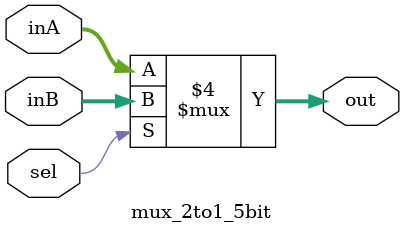
<source format=v>
`timescale 1ns / 1ps


module mux_2to1_5bit(out, inA, inB, sel);

    output  [4:0] out;
    
    input   [4:0] inA;
    input   [4:0] inB;
    input          sel;
	reg [4:0]out;
    /* Fill in the implementation here ... */ 
	 always@(inA,inB,sel)
	 begin
    if (sel == 0)
	 begin
	   out <= inA;
	 end
	 else 
	 begin
      out <= inB;
	 end
	 end
	 

endmodule

</source>
